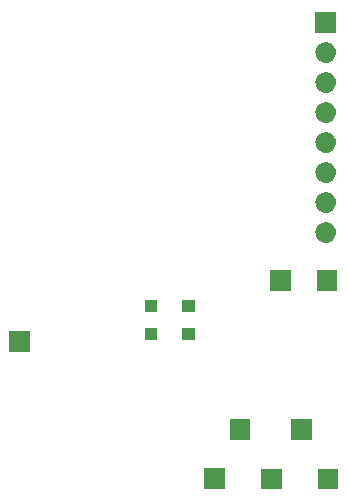
<source format=gbr>
G04 #@! TF.GenerationSoftware,KiCad,Pcbnew,(5.1.0)-1*
G04 #@! TF.CreationDate,2019-07-03T18:49:27-07:00*
G04 #@! TF.ProjectId,MiniScope_V4,4d696e69-5363-46f7-9065-5f56342e6b69,rev?*
G04 #@! TF.SameCoordinates,Original*
G04 #@! TF.FileFunction,Soldermask,Bot*
G04 #@! TF.FilePolarity,Negative*
%FSLAX46Y46*%
G04 Gerber Fmt 4.6, Leading zero omitted, Abs format (unit mm)*
G04 Created by KiCad (PCBNEW (5.1.0)-1) date 2019-07-03 18:49:27*
%MOMM*%
%LPD*%
G04 APERTURE LIST*
%ADD10C,0.100000*%
G04 APERTURE END LIST*
D10*
G36*
X156095400Y-131515400D02*
G01*
X154344600Y-131515400D01*
X154344600Y-129764600D01*
X156095400Y-129764600D01*
X156095400Y-131515400D01*
X156095400Y-131515400D01*
G37*
G36*
X151325400Y-131515400D02*
G01*
X149574600Y-131515400D01*
X149574600Y-129764600D01*
X151325400Y-129764600D01*
X151325400Y-131515400D01*
X151325400Y-131515400D01*
G37*
G36*
X146505400Y-131465400D02*
G01*
X144754600Y-131465400D01*
X144754600Y-129714600D01*
X146505400Y-129714600D01*
X146505400Y-131465400D01*
X146505400Y-131465400D01*
G37*
G36*
X153875400Y-127325400D02*
G01*
X152124600Y-127325400D01*
X152124600Y-125574600D01*
X153875400Y-125574600D01*
X153875400Y-127325400D01*
X153875400Y-127325400D01*
G37*
G36*
X148655400Y-127315400D02*
G01*
X146904600Y-127315400D01*
X146904600Y-125564600D01*
X148655400Y-125564600D01*
X148655400Y-127315400D01*
X148655400Y-127315400D01*
G37*
G36*
X129955400Y-119875400D02*
G01*
X128204600Y-119875400D01*
X128204600Y-118124600D01*
X129955400Y-118124600D01*
X129955400Y-119875400D01*
X129955400Y-119875400D01*
G37*
G36*
X140753720Y-118889400D02*
G01*
X139702920Y-118889400D01*
X139702920Y-117838600D01*
X140753720Y-117838600D01*
X140753720Y-118889400D01*
X140753720Y-118889400D01*
G37*
G36*
X143935400Y-118875400D02*
G01*
X142884600Y-118875400D01*
X142884600Y-117824600D01*
X143935400Y-117824600D01*
X143935400Y-118875400D01*
X143935400Y-118875400D01*
G37*
G36*
X143949040Y-116491640D02*
G01*
X142898240Y-116491640D01*
X142898240Y-115440840D01*
X143949040Y-115440840D01*
X143949040Y-116491640D01*
X143949040Y-116491640D01*
G37*
G36*
X140743560Y-116491640D02*
G01*
X139692760Y-116491640D01*
X139692760Y-115440840D01*
X140743560Y-115440840D01*
X140743560Y-116491640D01*
X140743560Y-116491640D01*
G37*
G36*
X156005400Y-114705400D02*
G01*
X154254600Y-114705400D01*
X154254600Y-112954600D01*
X156005400Y-112954600D01*
X156005400Y-114705400D01*
X156005400Y-114705400D01*
G37*
G36*
X152085400Y-114685400D02*
G01*
X150334600Y-114685400D01*
X150334600Y-112934600D01*
X152085400Y-112934600D01*
X152085400Y-114685400D01*
X152085400Y-114685400D01*
G37*
G36*
X155213206Y-108890666D02*
G01*
X155295715Y-108915695D01*
X155378222Y-108940723D01*
X155378224Y-108940724D01*
X155530298Y-109022009D01*
X155663596Y-109131404D01*
X155772991Y-109264702D01*
X155854276Y-109416776D01*
X155904334Y-109581794D01*
X155921235Y-109753400D01*
X155904334Y-109925006D01*
X155854276Y-110090024D01*
X155772991Y-110242098D01*
X155663596Y-110375396D01*
X155530298Y-110484791D01*
X155378224Y-110566076D01*
X155378222Y-110566077D01*
X155295715Y-110591105D01*
X155213206Y-110616134D01*
X155084602Y-110628800D01*
X154998598Y-110628800D01*
X154869994Y-110616134D01*
X154787485Y-110591105D01*
X154704978Y-110566077D01*
X154704976Y-110566076D01*
X154552902Y-110484791D01*
X154419604Y-110375396D01*
X154310209Y-110242098D01*
X154228924Y-110090024D01*
X154178866Y-109925006D01*
X154161965Y-109753400D01*
X154178866Y-109581794D01*
X154228924Y-109416776D01*
X154310209Y-109264702D01*
X154419604Y-109131404D01*
X154552902Y-109022009D01*
X154704976Y-108940724D01*
X154704978Y-108940723D01*
X154787485Y-108915695D01*
X154869994Y-108890666D01*
X154998598Y-108878000D01*
X155084602Y-108878000D01*
X155213206Y-108890666D01*
X155213206Y-108890666D01*
G37*
G36*
X155213206Y-106350666D02*
G01*
X155295715Y-106375695D01*
X155378222Y-106400723D01*
X155378224Y-106400724D01*
X155530298Y-106482009D01*
X155663596Y-106591404D01*
X155772991Y-106724702D01*
X155854276Y-106876776D01*
X155904334Y-107041794D01*
X155921235Y-107213400D01*
X155904334Y-107385006D01*
X155854276Y-107550024D01*
X155772991Y-107702098D01*
X155663596Y-107835396D01*
X155530298Y-107944791D01*
X155378224Y-108026076D01*
X155378222Y-108026077D01*
X155295715Y-108051105D01*
X155213206Y-108076134D01*
X155084602Y-108088800D01*
X154998598Y-108088800D01*
X154869994Y-108076134D01*
X154787485Y-108051105D01*
X154704978Y-108026077D01*
X154704976Y-108026076D01*
X154552902Y-107944791D01*
X154419604Y-107835396D01*
X154310209Y-107702098D01*
X154228924Y-107550024D01*
X154178866Y-107385006D01*
X154161965Y-107213400D01*
X154178866Y-107041794D01*
X154228924Y-106876776D01*
X154310209Y-106724702D01*
X154419604Y-106591404D01*
X154552902Y-106482009D01*
X154704976Y-106400724D01*
X154704978Y-106400723D01*
X154787485Y-106375695D01*
X154869994Y-106350666D01*
X154998598Y-106338000D01*
X155084602Y-106338000D01*
X155213206Y-106350666D01*
X155213206Y-106350666D01*
G37*
G36*
X155213206Y-103810666D02*
G01*
X155295715Y-103835695D01*
X155378222Y-103860723D01*
X155378224Y-103860724D01*
X155530298Y-103942009D01*
X155663596Y-104051404D01*
X155772991Y-104184702D01*
X155854276Y-104336776D01*
X155904334Y-104501794D01*
X155921235Y-104673400D01*
X155904334Y-104845006D01*
X155854276Y-105010024D01*
X155772991Y-105162098D01*
X155663596Y-105295396D01*
X155530298Y-105404791D01*
X155378224Y-105486076D01*
X155378222Y-105486077D01*
X155295715Y-105511105D01*
X155213206Y-105536134D01*
X155084602Y-105548800D01*
X154998598Y-105548800D01*
X154869994Y-105536134D01*
X154787485Y-105511105D01*
X154704978Y-105486077D01*
X154704976Y-105486076D01*
X154552902Y-105404791D01*
X154419604Y-105295396D01*
X154310209Y-105162098D01*
X154228924Y-105010024D01*
X154178866Y-104845006D01*
X154161965Y-104673400D01*
X154178866Y-104501794D01*
X154228924Y-104336776D01*
X154310209Y-104184702D01*
X154419604Y-104051404D01*
X154552902Y-103942009D01*
X154704976Y-103860724D01*
X154704978Y-103860723D01*
X154787485Y-103835695D01*
X154869994Y-103810666D01*
X154998598Y-103798000D01*
X155084602Y-103798000D01*
X155213206Y-103810666D01*
X155213206Y-103810666D01*
G37*
G36*
X155213206Y-101270666D02*
G01*
X155295715Y-101295695D01*
X155378222Y-101320723D01*
X155378224Y-101320724D01*
X155530298Y-101402009D01*
X155663596Y-101511404D01*
X155772991Y-101644702D01*
X155854276Y-101796776D01*
X155904334Y-101961794D01*
X155921235Y-102133400D01*
X155904334Y-102305006D01*
X155854276Y-102470024D01*
X155772991Y-102622098D01*
X155663596Y-102755396D01*
X155530298Y-102864791D01*
X155378224Y-102946076D01*
X155378222Y-102946077D01*
X155295715Y-102971105D01*
X155213206Y-102996134D01*
X155084602Y-103008800D01*
X154998598Y-103008800D01*
X154869994Y-102996134D01*
X154787485Y-102971105D01*
X154704978Y-102946077D01*
X154704976Y-102946076D01*
X154552902Y-102864791D01*
X154419604Y-102755396D01*
X154310209Y-102622098D01*
X154228924Y-102470024D01*
X154178866Y-102305006D01*
X154161965Y-102133400D01*
X154178866Y-101961794D01*
X154228924Y-101796776D01*
X154310209Y-101644702D01*
X154419604Y-101511404D01*
X154552902Y-101402009D01*
X154704976Y-101320724D01*
X154704978Y-101320723D01*
X154787485Y-101295695D01*
X154869994Y-101270666D01*
X154998598Y-101258000D01*
X155084602Y-101258000D01*
X155213206Y-101270666D01*
X155213206Y-101270666D01*
G37*
G36*
X155213206Y-98730666D02*
G01*
X155295715Y-98755695D01*
X155378222Y-98780723D01*
X155378224Y-98780724D01*
X155530298Y-98862009D01*
X155663596Y-98971404D01*
X155772991Y-99104702D01*
X155854276Y-99256776D01*
X155904334Y-99421794D01*
X155921235Y-99593400D01*
X155904334Y-99765006D01*
X155854276Y-99930024D01*
X155772991Y-100082098D01*
X155663596Y-100215396D01*
X155530298Y-100324791D01*
X155378224Y-100406076D01*
X155378222Y-100406077D01*
X155295715Y-100431105D01*
X155213206Y-100456134D01*
X155084602Y-100468800D01*
X154998598Y-100468800D01*
X154869994Y-100456134D01*
X154787485Y-100431105D01*
X154704978Y-100406077D01*
X154704976Y-100406076D01*
X154552902Y-100324791D01*
X154419604Y-100215396D01*
X154310209Y-100082098D01*
X154228924Y-99930024D01*
X154178866Y-99765006D01*
X154161965Y-99593400D01*
X154178866Y-99421794D01*
X154228924Y-99256776D01*
X154310209Y-99104702D01*
X154419604Y-98971404D01*
X154552902Y-98862009D01*
X154704976Y-98780724D01*
X154704978Y-98780723D01*
X154787485Y-98755695D01*
X154869994Y-98730666D01*
X154998598Y-98718000D01*
X155084602Y-98718000D01*
X155213206Y-98730666D01*
X155213206Y-98730666D01*
G37*
G36*
X155213206Y-96190666D02*
G01*
X155295715Y-96215695D01*
X155378222Y-96240723D01*
X155378224Y-96240724D01*
X155530298Y-96322009D01*
X155663596Y-96431404D01*
X155772991Y-96564702D01*
X155854276Y-96716776D01*
X155904334Y-96881794D01*
X155921235Y-97053400D01*
X155904334Y-97225006D01*
X155854276Y-97390024D01*
X155772991Y-97542098D01*
X155663596Y-97675396D01*
X155530298Y-97784791D01*
X155378224Y-97866076D01*
X155378222Y-97866077D01*
X155295715Y-97891105D01*
X155213206Y-97916134D01*
X155084602Y-97928800D01*
X154998598Y-97928800D01*
X154869994Y-97916134D01*
X154787485Y-97891105D01*
X154704978Y-97866077D01*
X154704976Y-97866076D01*
X154552902Y-97784791D01*
X154419604Y-97675396D01*
X154310209Y-97542098D01*
X154228924Y-97390024D01*
X154178866Y-97225006D01*
X154161965Y-97053400D01*
X154178866Y-96881794D01*
X154228924Y-96716776D01*
X154310209Y-96564702D01*
X154419604Y-96431404D01*
X154552902Y-96322009D01*
X154704976Y-96240724D01*
X154704978Y-96240723D01*
X154787485Y-96215695D01*
X154869994Y-96190666D01*
X154998598Y-96178000D01*
X155084602Y-96178000D01*
X155213206Y-96190666D01*
X155213206Y-96190666D01*
G37*
G36*
X155213206Y-93650666D02*
G01*
X155295715Y-93675695D01*
X155378222Y-93700723D01*
X155378224Y-93700724D01*
X155530298Y-93782009D01*
X155663596Y-93891404D01*
X155772991Y-94024702D01*
X155854276Y-94176776D01*
X155904334Y-94341794D01*
X155921235Y-94513400D01*
X155904334Y-94685006D01*
X155854276Y-94850024D01*
X155772991Y-95002098D01*
X155663596Y-95135396D01*
X155530298Y-95244791D01*
X155378224Y-95326076D01*
X155378222Y-95326077D01*
X155295715Y-95351105D01*
X155213206Y-95376134D01*
X155084602Y-95388800D01*
X154998598Y-95388800D01*
X154869994Y-95376134D01*
X154787485Y-95351105D01*
X154704978Y-95326077D01*
X154704976Y-95326076D01*
X154552902Y-95244791D01*
X154419604Y-95135396D01*
X154310209Y-95002098D01*
X154228924Y-94850024D01*
X154178866Y-94685006D01*
X154161965Y-94513400D01*
X154178866Y-94341794D01*
X154228924Y-94176776D01*
X154310209Y-94024702D01*
X154419604Y-93891404D01*
X154552902Y-93782009D01*
X154704976Y-93700724D01*
X154704978Y-93700723D01*
X154787485Y-93675695D01*
X154869994Y-93650666D01*
X154998598Y-93638000D01*
X155084602Y-93638000D01*
X155213206Y-93650666D01*
X155213206Y-93650666D01*
G37*
G36*
X155917000Y-92848800D02*
G01*
X154166200Y-92848800D01*
X154166200Y-91098000D01*
X155917000Y-91098000D01*
X155917000Y-92848800D01*
X155917000Y-92848800D01*
G37*
M02*

</source>
